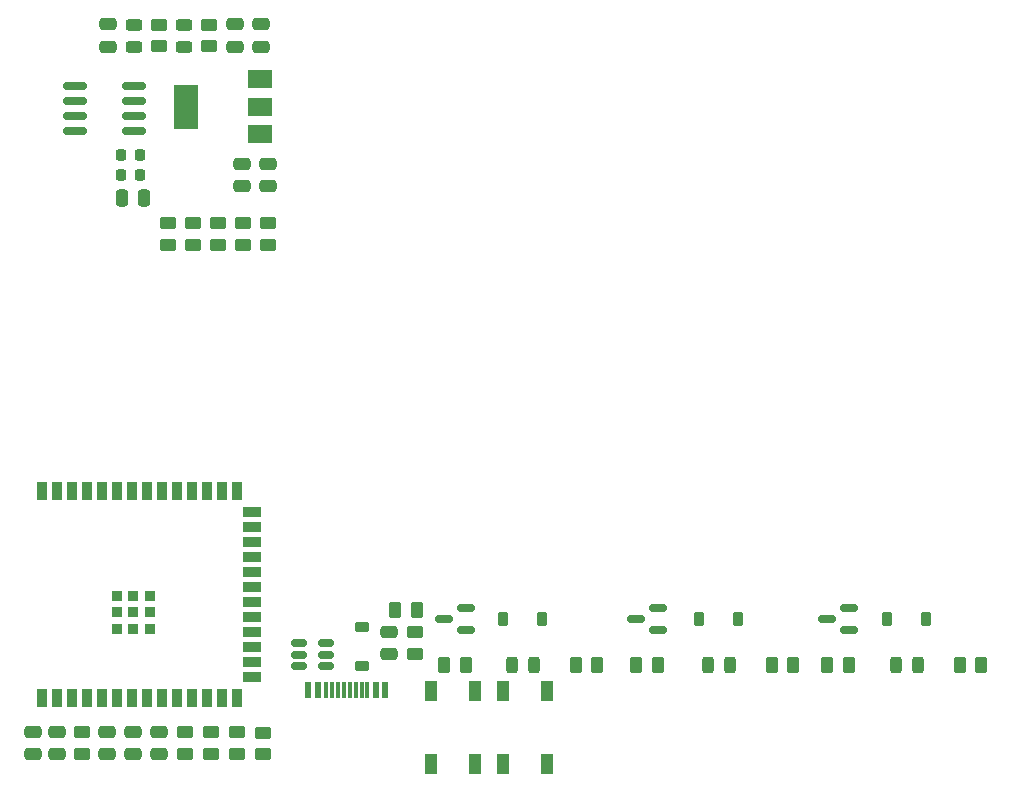
<source format=gbr>
%TF.GenerationSoftware,KiCad,Pcbnew,8.0.6*%
%TF.CreationDate,2024-11-24T17:38:41+01:00*%
%TF.ProjectId,Gaggimate,47616767-696d-4617-9465-2e6b69636164,1.0*%
%TF.SameCoordinates,Original*%
%TF.FileFunction,Paste,Top*%
%TF.FilePolarity,Positive*%
%FSLAX46Y46*%
G04 Gerber Fmt 4.6, Leading zero omitted, Abs format (unit mm)*
G04 Created by KiCad (PCBNEW 8.0.6) date 2024-11-24 17:38:41*
%MOMM*%
%LPD*%
G01*
G04 APERTURE LIST*
G04 Aperture macros list*
%AMRoundRect*
0 Rectangle with rounded corners*
0 $1 Rounding radius*
0 $2 $3 $4 $5 $6 $7 $8 $9 X,Y pos of 4 corners*
0 Add a 4 corners polygon primitive as box body*
4,1,4,$2,$3,$4,$5,$6,$7,$8,$9,$2,$3,0*
0 Add four circle primitives for the rounded corners*
1,1,$1+$1,$2,$3*
1,1,$1+$1,$4,$5*
1,1,$1+$1,$6,$7*
1,1,$1+$1,$8,$9*
0 Add four rect primitives between the rounded corners*
20,1,$1+$1,$2,$3,$4,$5,0*
20,1,$1+$1,$4,$5,$6,$7,0*
20,1,$1+$1,$6,$7,$8,$9,0*
20,1,$1+$1,$8,$9,$2,$3,0*%
G04 Aperture macros list end*
%ADD10R,1.100000X1.800000*%
%ADD11RoundRect,0.250000X0.475000X-0.250000X0.475000X0.250000X-0.475000X0.250000X-0.475000X-0.250000X0*%
%ADD12RoundRect,0.150000X0.587500X0.150000X-0.587500X0.150000X-0.587500X-0.150000X0.587500X-0.150000X0*%
%ADD13R,0.900000X1.500000*%
%ADD14R,1.500000X0.900000*%
%ADD15R,0.900000X0.900000*%
%ADD16RoundRect,0.250000X-0.450000X0.262500X-0.450000X-0.262500X0.450000X-0.262500X0.450000X0.262500X0*%
%ADD17RoundRect,0.243750X-0.456250X0.243750X-0.456250X-0.243750X0.456250X-0.243750X0.456250X0.243750X0*%
%ADD18RoundRect,0.243750X-0.243750X-0.456250X0.243750X-0.456250X0.243750X0.456250X-0.243750X0.456250X0*%
%ADD19RoundRect,0.150000X0.512500X0.150000X-0.512500X0.150000X-0.512500X-0.150000X0.512500X-0.150000X0*%
%ADD20RoundRect,0.250000X-0.262500X-0.450000X0.262500X-0.450000X0.262500X0.450000X-0.262500X0.450000X0*%
%ADD21RoundRect,0.225000X-0.375000X0.225000X-0.375000X-0.225000X0.375000X-0.225000X0.375000X0.225000X0*%
%ADD22RoundRect,0.250000X0.262500X0.450000X-0.262500X0.450000X-0.262500X-0.450000X0.262500X-0.450000X0*%
%ADD23RoundRect,0.225000X0.225000X0.375000X-0.225000X0.375000X-0.225000X-0.375000X0.225000X-0.375000X0*%
%ADD24RoundRect,0.150000X0.825000X0.150000X-0.825000X0.150000X-0.825000X-0.150000X0.825000X-0.150000X0*%
%ADD25RoundRect,0.250000X-0.475000X0.250000X-0.475000X-0.250000X0.475000X-0.250000X0.475000X0.250000X0*%
%ADD26R,0.600000X1.450000*%
%ADD27R,0.300000X1.450000*%
%ADD28RoundRect,0.218750X-0.218750X-0.256250X0.218750X-0.256250X0.218750X0.256250X-0.218750X0.256250X0*%
%ADD29R,2.000000X1.500000*%
%ADD30R,2.000000X3.800000*%
%ADD31RoundRect,0.250000X-0.250000X-0.475000X0.250000X-0.475000X0.250000X0.475000X-0.250000X0.475000X0*%
G04 APERTURE END LIST*
D10*
%TO.C,SW1*%
X207350000Y-85600000D03*
X207350000Y-91800000D03*
X203650000Y-85600000D03*
X203650000Y-91800000D03*
%TD*%
D11*
%TO.C,C3*%
X180900000Y-31050000D03*
X180900000Y-29150000D03*
%TD*%
D12*
%TO.C,Q3*%
X200475000Y-80450000D03*
X200475000Y-78550000D03*
X198600000Y-79500000D03*
%TD*%
D13*
%TO.C,U1*%
X164580000Y-86150000D03*
X165850000Y-86150000D03*
X167120000Y-86150000D03*
X168390000Y-86150000D03*
X169660000Y-86150000D03*
X170930000Y-86150000D03*
X172200000Y-86150000D03*
X173470000Y-86150000D03*
X174740000Y-86150000D03*
X176010000Y-86150000D03*
X177280000Y-86150000D03*
X178550000Y-86150000D03*
X179820000Y-86150000D03*
X181090000Y-86150000D03*
D14*
X182340000Y-84385000D03*
X182340000Y-83115000D03*
X182340000Y-81845000D03*
X182340000Y-80575000D03*
X182340000Y-79305000D03*
X182340000Y-78035000D03*
X182340000Y-76765000D03*
X182340000Y-75495000D03*
X182340000Y-74225000D03*
X182340000Y-72955000D03*
X182340000Y-71685000D03*
X182340000Y-70415000D03*
D13*
X181090000Y-68650000D03*
X179820000Y-68650000D03*
X178550000Y-68650000D03*
X177280000Y-68650000D03*
X176010000Y-68650000D03*
X174740000Y-68650000D03*
X173470000Y-68650000D03*
X172200000Y-68650000D03*
X170930000Y-68650000D03*
X169660000Y-68650000D03*
X168390000Y-68650000D03*
X167120000Y-68650000D03*
X165850000Y-68650000D03*
X164580000Y-68650000D03*
D15*
X170900000Y-80300000D03*
X172300000Y-80300000D03*
X173700000Y-80300000D03*
X173700000Y-80300000D03*
X170900000Y-78900000D03*
X170900000Y-78900000D03*
X172300000Y-78900000D03*
X173700000Y-78900000D03*
X170900000Y-77500000D03*
X172300000Y-77500000D03*
X173700000Y-77500000D03*
%TD*%
D10*
%TO.C,SW2*%
X201250000Y-85600000D03*
X201250000Y-91800000D03*
X197550000Y-85600000D03*
X197550000Y-91800000D03*
%TD*%
D16*
%TO.C,R10*%
X181600000Y-45987500D03*
X181600000Y-47812500D03*
%TD*%
%TO.C,R12*%
X175300000Y-45987500D03*
X175300000Y-47812500D03*
%TD*%
D17*
%TO.C,D12*%
X176600000Y-29162500D03*
X176600000Y-31037500D03*
%TD*%
D18*
%TO.C,D5*%
X236862500Y-83400000D03*
X238737500Y-83400000D03*
%TD*%
D11*
%TO.C,C11*%
X170200000Y-31050000D03*
X170200000Y-29150000D03*
%TD*%
D19*
%TO.C,U3*%
X188637500Y-83450000D03*
X188637500Y-82500000D03*
X188637500Y-81550000D03*
X186362500Y-81550000D03*
X186362500Y-82500000D03*
X186362500Y-83450000D03*
%TD*%
D20*
%TO.C,R9*%
X209787500Y-83400000D03*
X211612500Y-83400000D03*
%TD*%
D12*
%TO.C,Q2*%
X216737500Y-80450000D03*
X216737500Y-78550000D03*
X214862500Y-79500000D03*
%TD*%
D21*
%TO.C,D1*%
X191700000Y-80150000D03*
X191700000Y-83450000D03*
%TD*%
D11*
%TO.C,C9*%
X174500000Y-90950000D03*
X174500000Y-89050000D03*
%TD*%
D16*
%TO.C,R19*%
X178700000Y-29187500D03*
X178700000Y-31012500D03*
%TD*%
D20*
%TO.C,R7*%
X226387500Y-83400000D03*
X228212500Y-83400000D03*
%TD*%
D22*
%TO.C,R4*%
X232912500Y-83400000D03*
X231087500Y-83400000D03*
%TD*%
%TO.C,R8*%
X200450000Y-83400000D03*
X198625000Y-83400000D03*
%TD*%
D16*
%TO.C,R15*%
X178900000Y-89087500D03*
X178900000Y-90912500D03*
%TD*%
D23*
%TO.C,D8*%
X223550000Y-79500000D03*
X220250000Y-79500000D03*
%TD*%
D24*
%TO.C,U6*%
X172375000Y-38205000D03*
X172375000Y-36935000D03*
X172375000Y-35665000D03*
X172375000Y-34395000D03*
X167425000Y-34395000D03*
X167425000Y-35665000D03*
X167425000Y-36935000D03*
X167425000Y-38205000D03*
%TD*%
D16*
%TO.C,R14*%
X176700000Y-89087500D03*
X176700000Y-90912500D03*
%TD*%
D17*
%TO.C,D11*%
X172400000Y-29162500D03*
X172400000Y-31037500D03*
%TD*%
D11*
%TO.C,C10*%
X172300000Y-90950000D03*
X172300000Y-89050000D03*
%TD*%
D12*
%TO.C,Q1*%
X232937500Y-80450000D03*
X232937500Y-78550000D03*
X231062500Y-79500000D03*
%TD*%
D22*
%TO.C,R6*%
X216712500Y-83400000D03*
X214887500Y-83400000D03*
%TD*%
D25*
%TO.C,C1*%
X194000000Y-80550000D03*
X194000000Y-82450000D03*
%TD*%
D23*
%TO.C,D10*%
X206950000Y-79500000D03*
X203650000Y-79500000D03*
%TD*%
D26*
%TO.C,J1*%
X187150000Y-85455000D03*
X187950000Y-85455000D03*
D27*
X189150000Y-85455000D03*
X190150000Y-85455000D03*
X190650000Y-85455000D03*
X191650000Y-85455000D03*
D26*
X192850000Y-85455000D03*
X193650000Y-85455000D03*
X193650000Y-85455000D03*
X192850000Y-85455000D03*
D27*
X192150000Y-85455000D03*
X191150000Y-85455000D03*
X189650000Y-85455000D03*
X188650000Y-85455000D03*
D26*
X187950000Y-85455000D03*
X187150000Y-85455000D03*
%TD*%
D25*
%TO.C,C6*%
X163800000Y-89050000D03*
X163800000Y-90950000D03*
%TD*%
D16*
%TO.C,R13*%
X177400000Y-45987500D03*
X177400000Y-47812500D03*
%TD*%
D25*
%TO.C,C4*%
X183700000Y-40950000D03*
X183700000Y-42850000D03*
%TD*%
D20*
%TO.C,R1*%
X194487500Y-78700000D03*
X196312500Y-78700000D03*
%TD*%
D28*
%TO.C,L2*%
X171312500Y-41900000D03*
X172887500Y-41900000D03*
%TD*%
D16*
%TO.C,R11*%
X183700000Y-45987500D03*
X183700000Y-47812500D03*
%TD*%
%TO.C,R16*%
X179500000Y-45987500D03*
X179500000Y-47812500D03*
%TD*%
%TO.C,R21*%
X181100000Y-89087500D03*
X181100000Y-90912500D03*
%TD*%
%TO.C,R20*%
X183300000Y-89100000D03*
X183300000Y-90925000D03*
%TD*%
%TO.C,R2*%
X196200000Y-80587500D03*
X196200000Y-82412500D03*
%TD*%
D11*
%TO.C,C2*%
X183100000Y-31050000D03*
X183100000Y-29150000D03*
%TD*%
%TO.C,C8*%
X170100000Y-90950000D03*
X170100000Y-89050000D03*
%TD*%
D18*
%TO.C,D7*%
X220962500Y-83400000D03*
X222837500Y-83400000D03*
%TD*%
D25*
%TO.C,C5*%
X181490000Y-40950000D03*
X181490000Y-42850000D03*
%TD*%
%TO.C,C7*%
X165890000Y-89050000D03*
X165890000Y-90950000D03*
%TD*%
D29*
%TO.C,U2*%
X183050000Y-38400000D03*
X183050000Y-36100000D03*
D30*
X176750000Y-36100000D03*
D29*
X183050000Y-33800000D03*
%TD*%
D20*
%TO.C,R5*%
X242287500Y-83400000D03*
X244112500Y-83400000D03*
%TD*%
D18*
%TO.C,D9*%
X204362500Y-83400000D03*
X206237500Y-83400000D03*
%TD*%
D16*
%TO.C,R3*%
X168000000Y-89087500D03*
X168000000Y-90912500D03*
%TD*%
D23*
%TO.C,D6*%
X239450000Y-79500000D03*
X236150000Y-79500000D03*
%TD*%
D28*
%TO.C,L1*%
X171312500Y-40200000D03*
X172887500Y-40200000D03*
%TD*%
D16*
%TO.C,R18*%
X174500000Y-29187500D03*
X174500000Y-31012500D03*
%TD*%
D31*
%TO.C,C14*%
X171350000Y-43800000D03*
X173250000Y-43800000D03*
%TD*%
M02*

</source>
